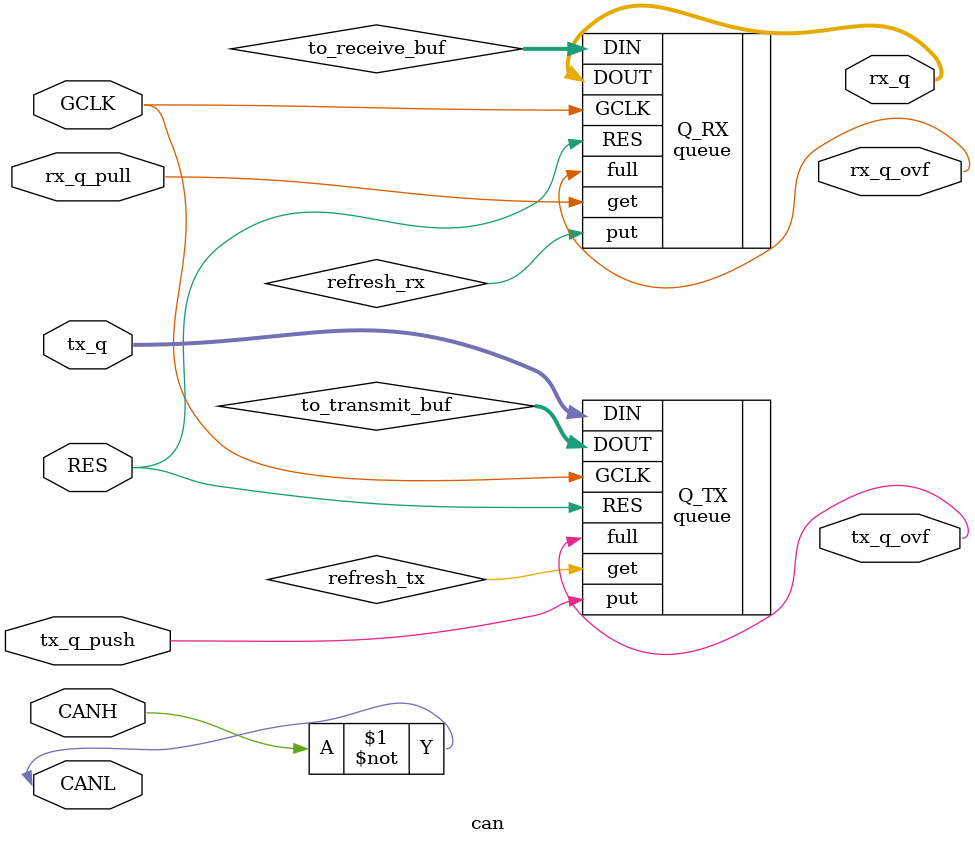
<source format=v>
`timescale 1ns / 1ps


module can
    (
    input wire GCLK,
    inout wire CANH,
    inout wire CANL,
    input wire RES,
    // Input queue
    input wire [107:0] tx_q,
    input wire tx_q_push,
    output wire tx_q_ovf,
    // Output qeue
    output reg [107:0] rx_q,
    input wire rx_q_pull,
    output wire rx_q_ovf
    );
    
    assign CANL = ~CANH;
    
    reg [107:0] to_transmit_buf;
    reg [107:0] to_receive_buf;

    wire refresh_tx;
    wire refresh_rx;
    
    queue Q_TX (
        .GCLK(GCLK),
        .RES(RES),
        .get(refresh_tx),
        .put(tx_q_push),
        .full(tx_q_ovf),
        .DIN(tx_q),
        .DOUT(to_transmit_buf)
    );
    
    queue Q_RX (
        .GCLK(GCLK),
        .RES(RES),
        .get(rx_q_pull),
        .put(refresh_rx),
        .full(rx_q_ovf),
        .DIN(to_receive_buf),
        .DOUT(rx_q)
    );
    
    
    
    
endmodule

</source>
